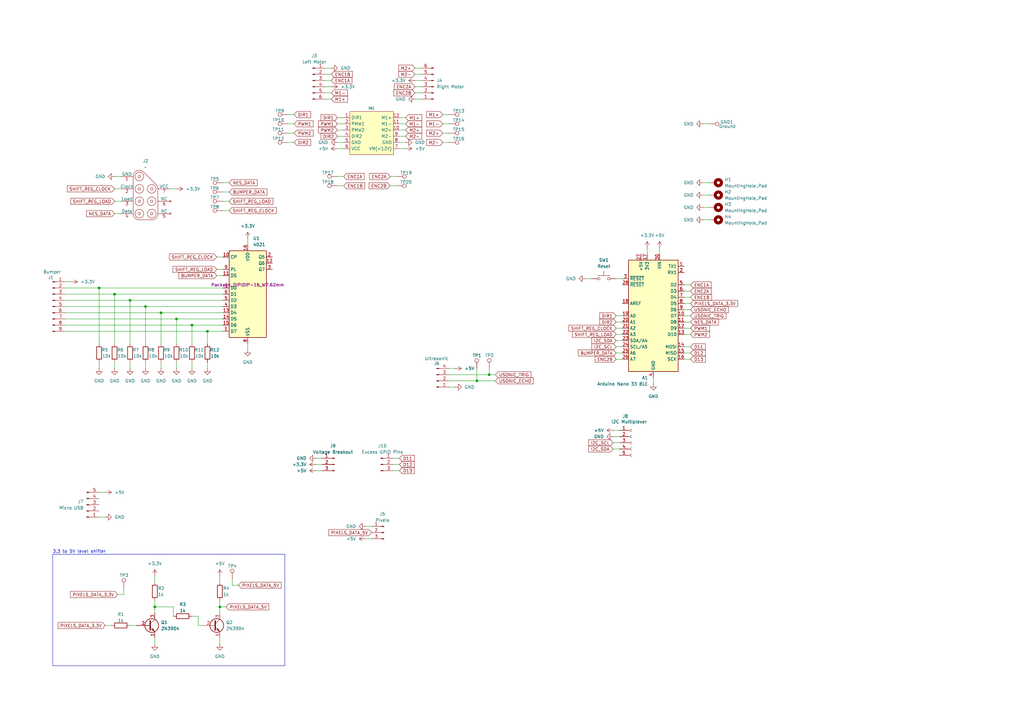
<source format=kicad_sch>
(kicad_sch (version 20231120) (generator "eeschema") (generator_version "8.0")
  (paper "A3")
  (title_block (title "A.L.I.E.N. Main Board") (date "2024-08-13") (rev "1.0") (comment 1 "Designed By: Harry Boyd"))
  (junction (at 40.64 118.11))
  (junction (at 46.99 120.65))
  (junction (at 53.34 123.19))
  (junction (at 195.58 156.21))
  (junction (at 66.04 128.27))
  (junction (at 59.69 125.73))
  (junction (at 85.09 135.89))
  (junction (at 200.66 153.67))
  (junction (at 63.5 248.92))
  (junction (at 90.17 248.92))
  (junction (at 78.74 133.35))
  (junction (at 72.39 130.81))
  (wire (pts (xy 251.46 184.15) (xy 254 184.15)))
  (wire (pts (xy 170.18 30.48) (xy 172.72 30.48)))
  (wire (pts (xy 72.39 148.59) (xy 72.39 151.13)))
  (wire (pts (xy 71.12 248.92) (xy 63.5 248.92)))
  (wire (pts (xy 170.18 33.02) (xy 172.72 33.02)))
  (wire (pts (xy 53.34 123.19) (xy 91.44 123.19)))
  (wire (pts (xy 280.67 121.92) (xy 283.21 121.92)))
  (wire (pts (xy 91.44 82.55) (xy 93.98 82.55)))
  (wire (pts (xy 46.99 120.65) (xy 91.44 120.65)))
  (wire (pts (xy 280.67 132.08) (xy 283.21 132.08)))
  (wire (pts (xy 95.25 240.03) (xy 95.25 237.49)))
  (wire (pts (xy 163.83 190.5) (xy 161.29 190.5)))
  (wire (pts (xy 138.43 60.96) (xy 140.97 60.96)))
  (wire (pts (xy 26.67 115.57) (xy 29.21 115.57)))
  (wire (pts (xy 66.04 128.27) (xy 91.44 128.27)))
  (wire (pts (xy 170.18 38.1) (xy 172.72 38.1)))
  (wire (pts (xy 132.08 193.04) (xy 129.54 193.04)))
  (wire (pts (xy 251.46 181.61) (xy 254 181.61)))
  (wire (pts (xy 240.03 114.3) (xy 242.57 114.3)))
  (wire (pts (xy 26.67 130.81) (xy 72.39 130.81)))
  (wire (pts (xy 149.86 215.9) (xy 152.4 215.9)))
  (wire (pts (xy 184.15 151.13) (xy 186.69 151.13)))
  (wire (pts (xy 50.8 241.3) (xy 50.8 243.84)))
  (wire (pts (xy 283.21 142.24) (xy 280.67 142.24)))
  (wire (pts (xy 46.99 87.63) (xy 49.53 87.63)))
  (wire (pts (xy 251.46 176.53) (xy 254 176.53)))
  (wire (pts (xy 252.73 132.08) (xy 255.27 132.08)))
  (wire (pts (xy 280.67 134.62) (xy 283.21 134.62)))
  (wire (pts (xy 184.15 158.75) (xy 186.69 158.75)))
  (wire (pts (xy 120.65 46.99) (xy 118.11 46.99)))
  (wire (pts (xy 265.43 101.6) (xy 265.43 104.14)))
  (wire (pts (xy 181.61 58.42) (xy 184.15 58.42)))
  (wire (pts (xy 280.67 137.16) (xy 283.21 137.16)))
  (wire (pts (xy 88.9 105.41) (xy 91.44 105.41)))
  (wire (pts (xy 91.44 78.74) (xy 93.98 78.74)))
  (wire (pts (xy 53.34 123.19) (xy 53.34 140.97)))
  (wire (pts (xy 133.35 38.1) (xy 135.89 38.1)))
  (wire (pts (xy 283.21 144.78) (xy 280.67 144.78)))
  (wire (pts (xy 163.83 55.88) (xy 166.37 55.88)))
  (wire (pts (xy 85.09 135.89) (xy 91.44 135.89)))
  (wire (pts (xy 135.89 27.94) (xy 133.35 27.94)))
  (wire (pts (xy 181.61 54.61) (xy 184.15 54.61)))
  (wire (pts (xy 78.74 133.35) (xy 78.74 140.97)))
  (wire (pts (xy 251.46 179.07) (xy 254 179.07)))
  (wire (pts (xy 40.64 201.93) (xy 43.18 201.93)))
  (wire (pts (xy 101.6 140.97) (xy 101.6 143.51)))
  (wire (pts (xy 59.69 148.59) (xy 59.69 151.13)))
  (wire (pts (xy 133.35 30.48) (xy 135.89 30.48)))
  (wire (pts (xy 91.44 86.36) (xy 93.98 86.36)))
  (wire (pts (xy 72.39 130.81) (xy 72.39 140.97)))
  (wire (pts (xy 170.18 27.94) (xy 172.72 27.94)))
  (wire (pts (xy 280.67 129.54) (xy 283.21 129.54)))
  (wire (pts (xy 280.67 124.46) (xy 283.21 124.46)))
  (wire (pts (xy 72.39 130.81) (xy 91.44 130.81)))
  (wire (pts (xy 184.15 156.21) (xy 195.58 156.21)))
  (wire (pts (xy 170.18 40.64) (xy 172.72 40.64)))
  (wire (pts (xy 78.74 133.35) (xy 91.44 133.35)))
  (wire (pts (xy 88.9 113.03) (xy 91.44 113.03)))
  (wire (pts (xy 66.04 148.59) (xy 66.04 151.13)))
  (wire (pts (xy 138.43 48.26) (xy 140.97 48.26)))
  (wire (pts (xy 46.99 77.47) (xy 49.53 77.47)))
  (wire (pts (xy 288.29 90.17) (xy 290.83 90.17)))
  (wire (pts (xy 59.69 125.73) (xy 91.44 125.73)))
  (wire (pts (xy 120.65 50.8) (xy 118.11 50.8)))
  (wire (pts (xy 72.39 77.47) (xy 69.85 77.47)))
  (wire (pts (xy 88.9 110.49) (xy 91.44 110.49)))
  (wire (pts (xy 252.73 144.78) (xy 255.27 144.78)))
  (wire (pts (xy 280.67 127) (xy 283.21 127)))
  (wire (pts (xy 63.5 248.92) (xy 63.5 251.46)))
  (wire (pts (xy 288.29 80.01) (xy 290.83 80.01)))
  (wire (pts (xy 26.67 125.73) (xy 59.69 125.73)))
  (wire (pts (xy 46.99 120.65) (xy 46.99 140.97)))
  (wire (pts (xy 252.73 134.62) (xy 255.27 134.62)))
  (wire (pts (xy 181.61 50.8) (xy 184.15 50.8)))
  (wire (pts (xy 181.61 46.99) (xy 184.15 46.99)))
  (wire (pts (xy 40.64 118.11) (xy 91.44 118.11)))
  (wire (pts (xy 138.43 72.39) (xy 140.97 72.39)))
  (wire (pts (xy 26.67 118.11) (xy 40.64 118.11)))
  (wire (pts (xy 63.5 264.16) (xy 63.5 261.62)))
  (wire (pts (xy 63.5 236.22) (xy 63.5 238.76)))
  (wire (pts (xy 26.67 135.89) (xy 85.09 135.89)))
  (wire (pts (xy 59.69 125.73) (xy 59.69 140.97)))
  (wire (pts (xy 48.26 243.84) (xy 50.8 243.84)))
  (wire (pts (xy 133.35 40.64) (xy 135.89 40.64)))
  (wire (pts (xy 26.67 120.65) (xy 46.99 120.65)))
  (wire (pts (xy 46.99 148.59) (xy 46.99 151.13)))
  (wire (pts (xy 97.79 240.03) (xy 95.25 240.03)))
  (wire (pts (xy 252.73 147.32) (xy 255.27 147.32)))
  (wire (pts (xy 138.43 53.34) (xy 140.97 53.34)))
  (wire (pts (xy 132.08 190.5) (xy 129.54 190.5)))
  (wire (pts (xy 288.29 50.8) (xy 290.83 50.8)))
  (wire (pts (xy 288.29 85.09) (xy 290.83 85.09)))
  (wire (pts (xy 40.64 148.59) (xy 40.64 151.13)))
  (wire (pts (xy 66.04 128.27) (xy 66.04 140.97)))
  (wire (pts (xy 26.67 123.19) (xy 53.34 123.19)))
  (wire (pts (xy 53.34 148.59) (xy 53.34 151.13)))
  (wire (pts (xy 195.58 156.21) (xy 203.2 156.21)))
  (wire (pts (xy 252.73 137.16) (xy 255.27 137.16)))
  (wire (pts (xy 91.44 74.93) (xy 93.98 74.93)))
  (wire (pts (xy 81.28 256.54) (xy 82.55 256.54)))
  (wire (pts (xy 184.15 153.67) (xy 200.66 153.67)))
  (wire (pts (xy 63.5 246.38) (xy 63.5 248.92)))
  (wire (pts (xy 101.6 97.79) (xy 101.6 100.33)))
  (wire (pts (xy 40.64 212.09) (xy 43.18 212.09)))
  (wire (pts (xy 120.65 58.42) (xy 118.11 58.42)))
  (wire (pts (xy 270.51 101.6) (xy 270.51 104.14)))
  (wire (pts (xy 85.09 148.59) (xy 85.09 151.13)))
  (wire (pts (xy 166.37 60.96) (xy 163.83 60.96)))
  (wire (pts (xy 252.73 129.54) (xy 255.27 129.54)))
  (wire (pts (xy 135.89 35.56) (xy 133.35 35.56)))
  (wire (pts (xy 163.83 187.96) (xy 161.29 187.96)))
  (wire (pts (xy 26.67 128.27) (xy 66.04 128.27)))
  (wire (pts (xy 162.56 72.39) (xy 160.02 72.39)))
  (wire (pts (xy 46.99 82.55) (xy 49.53 82.55)))
  (wire (pts (xy 280.67 116.84) (xy 283.21 116.84)))
  (wire (pts (xy 163.83 53.34) (xy 166.37 53.34)))
  (wire (pts (xy 90.17 264.16) (xy 90.17 261.62)))
  (wire (pts (xy 26.67 133.35) (xy 78.74 133.35)))
  (wire (pts (xy 252.73 139.7) (xy 255.27 139.7)))
  (wire (pts (xy 162.56 76.2) (xy 160.02 76.2)))
  (wire (pts (xy 43.18 256.54) (xy 45.72 256.54)))
  (wire (pts (xy 163.83 58.42) (xy 166.37 58.42)))
  (wire (pts (xy 166.37 48.26) (xy 163.83 48.26)))
  (wire (pts (xy 138.43 50.8) (xy 140.97 50.8)))
  (wire (pts (xy 78.74 252.73) (xy 81.28 252.73)))
  (wire (pts (xy 163.83 193.04) (xy 161.29 193.04)))
  (wire (pts (xy 203.2 153.67) (xy 200.66 153.67)))
  (wire (pts (xy 267.97 154.94) (xy 267.97 157.48)))
  (wire (pts (xy 252.73 142.24) (xy 255.27 142.24)))
  (wire (pts (xy 133.35 33.02) (xy 135.89 33.02)))
  (wire (pts (xy 163.83 50.8) (xy 166.37 50.8)))
  (wire (pts (xy 90.17 248.92) (xy 90.17 251.46)))
  (wire (pts (xy 255.27 114.3) (xy 252.73 114.3)))
  (wire (pts (xy 200.66 151.13) (xy 200.66 153.67)))
  (wire (pts (xy 120.65 54.61) (xy 118.11 54.61)))
  (wire (pts (xy 46.99 72.39) (xy 49.53 72.39)))
  (wire (pts (xy 81.28 252.73) (xy 81.28 256.54)))
  (wire (pts (xy 132.08 187.96) (xy 129.54 187.96)))
  (wire (pts (xy 92.71 248.92) (xy 90.17 248.92)))
  (wire (pts (xy 283.21 147.32) (xy 280.67 147.32)))
  (wire (pts (xy 195.58 151.13) (xy 195.58 156.21)))
  (wire (pts (xy 40.64 118.11) (xy 40.64 140.97)))
  (wire (pts (xy 90.17 246.38) (xy 90.17 248.92)))
  (wire (pts (xy 85.09 135.89) (xy 85.09 140.97)))
  (wire (pts (xy 280.67 119.38) (xy 283.21 119.38)))
  (wire (pts (xy 138.43 58.42) (xy 140.97 58.42)))
  (wire (pts (xy 149.86 220.98) (xy 152.4 220.98)))
  (wire (pts (xy 288.29 74.93) (xy 290.83 74.93)))
  (wire (pts (xy 138.43 76.2) (xy 140.97 76.2)))
  (wire (pts (xy 71.12 248.92) (xy 71.12 252.73)))
  (wire (pts (xy 78.74 148.59) (xy 78.74 151.13)))
  (wire (pts (xy 138.43 55.88) (xy 140.97 55.88)))
  (wire (pts (xy 90.17 236.22) (xy 90.17 238.76)))
  (wire (pts (xy 53.34 256.54) (xy 55.88 256.54)))
  (wire (pts (xy 170.18 35.56) (xy 172.72 35.56)))
  (rectangle (start 21.59 227.33) (end 116.84 273.05))
  (text "3.3 to 5V level shifter\n" (at 32.512 226.314 0) (effects (font (size 1.27 1.27))))
  (global_label "D12" (shape input) (at 163.83 190.5 0) (property "Intersheetrefs" "${INTERSHEET_REFS}" (effects (hide yes))))
  (global_label "PIXELS_DATA_3.3V" (shape input) (at 283.21 124.46 0) (property "Intersheetrefs" "${INTERSHEET_REFS}" (effects (hide yes))))
  (global_label "ENC1A" (shape input) (at 135.89 33.02 0) (property "Intersheetrefs" "${INTERSHEET_REFS}" (effects (hide yes))))
  (global_label "D13" (shape input) (at 283.21 147.32 0) (property "Intersheetrefs" "${INTERSHEET_REFS}" (effects (hide yes))))
  (global_label "M2+" (shape input) (at 166.37 53.34 0) (property "Intersheetrefs" "${INTERSHEET_REFS}" (effects (hide yes))))
  (global_label "DIR1" (shape input) (at 120.65 46.99 0) (property "Intersheetrefs" "${INTERSHEET_REFS}" (effects (hide yes))))
  (global_label "M2-" (shape input) (at 170.18 30.48 180) (property "Intersheetrefs" "${INTERSHEET_REFS}" (effects (hide yes))))
  (global_label "ENC2A" (shape input) (at 160.02 72.39 180) (property "Intersheetrefs" "${INTERSHEET_REFS}" (effects (hide yes))))
  (global_label "M1-" (shape input) (at 135.89 38.1 0) (property "Intersheetrefs" "${INTERSHEET_REFS}" (effects (hide yes))))
  (global_label "ENC1B" (shape input) (at 140.97 76.2 0) (property "Intersheetrefs" "${INTERSHEET_REFS}" (effects (hide yes))))
  (global_label "ENC1B" (shape input) (at 135.89 30.48 0) (property "Intersheetrefs" "${INTERSHEET_REFS}" (effects (hide yes))))
  (global_label "SHIFT_REG_CLOCK" (shape input) (at 46.99 77.47 180) (property "Intersheetrefs" "${INTERSHEET_REFS}" (effects (hide yes))))
  (global_label "I2C_SDA" (shape input) (at 252.73 139.7 180) (property "Intersheetrefs" "${INTERSHEET_REFS}" (effects (hide yes))))
  (global_label "M2+" (shape input) (at 170.18 27.94 180) (property "Intersheetrefs" "${INTERSHEET_REFS}" (effects (hide yes))))
  (global_label "M2-" (shape input) (at 166.37 55.88 0) (property "Intersheetrefs" "${INTERSHEET_REFS}" (effects (hide yes))))
  (global_label "SHIFT_REG_CLOCK" (shape input) (at 93.98 86.36 0) (property "Intersheetrefs" "${INTERSHEET_REFS}" (effects (hide yes))))
  (global_label "SHIFT_REG_LOAD" (shape input) (at 46.99 82.55 180) (property "Intersheetrefs" "${INTERSHEET_REFS}" (effects (hide yes))))
  (global_label "DIR1" (shape input) (at 252.73 129.54 180) (property "Intersheetrefs" "${INTERSHEET_REFS}" (effects (hide yes))))
  (global_label "DIR2" (shape input) (at 252.73 132.08 180) (property "Intersheetrefs" "${INTERSHEET_REFS}" (effects (hide yes))))
  (global_label "NES_DATA" (shape input) (at 283.21 132.08 0) (property "Intersheetrefs" "${INTERSHEET_REFS}" (effects (hide yes))))
  (global_label "D11" (shape input) (at 283.21 142.24 0) (property "Intersheetrefs" "${INTERSHEET_REFS}" (effects (hide yes))))
  (global_label "PWM2" (shape input) (at 120.65 54.61 0) (property "Intersheetrefs" "${INTERSHEET_REFS}" (effects (hide yes))))
  (global_label "M1-" (shape input) (at 181.61 50.8 180) (property "Intersheetrefs" "${INTERSHEET_REFS}" (effects (hide yes))))
  (global_label "NES_DATA" (shape input) (at 93.98 74.93 0) (property "Intersheetrefs" "${INTERSHEET_REFS}" (effects (hide yes))))
  (global_label "PWM2" (shape input) (at 283.21 137.16 0) (property "Intersheetrefs" "${INTERSHEET_REFS}" (effects (hide yes))))
  (global_label "PWM1" (shape input) (at 120.65 50.8 0) (property "Intersheetrefs" "${INTERSHEET_REFS}" (effects (hide yes))))
  (global_label "USONIC_TRIG" (shape input) (at 203.2 153.67 0) (property "Intersheetrefs" "${INTERSHEET_REFS}" (effects (hide yes))))
  (global_label "I2C_SCL" (shape input) (at 251.46 181.61 180) (property "Intersheetrefs" "${INTERSHEET_REFS}" (effects (hide yes))))
  (global_label "ENC1A" (shape input) (at 283.21 116.84 0) (property "Intersheetrefs" "${INTERSHEET_REFS}" (effects (hide yes))))
  (global_label "PIXELS_DATA_5V" (shape input) (at 97.79 240.03 0) (property "Intersheetrefs" "${INTERSHEET_REFS}" (effects (hide yes))))
  (global_label "SHIFT_REG_LOAD" (shape input) (at 93.98 82.55 0) (property "Intersheetrefs" "${INTERSHEET_REFS}" (effects (hide yes))))
  (global_label "SHIFT_REG_LOAD" (shape input) (at 252.73 137.16 180) (property "Intersheetrefs" "${INTERSHEET_REFS}" (effects (hide yes))))
  (global_label "ENC2B" (shape input) (at 170.18 38.1 180) (property "Intersheetrefs" "${INTERSHEET_REFS}" (effects (hide yes))))
  (global_label "M1+" (shape input) (at 166.37 48.26 0) (property "Intersheetrefs" "${INTERSHEET_REFS}" (effects (hide yes))))
  (global_label "D11" (shape input) (at 163.83 187.96 0) (property "Intersheetrefs" "${INTERSHEET_REFS}" (effects (hide yes))))
  (global_label "PIXELS_DATA_3.3V" (shape input) (at 43.18 256.54 180) (property "Intersheetrefs" "${INTERSHEET_REFS}" (effects (hide yes))))
  (global_label "USONIC_TRIG" (shape input) (at 283.21 129.54 0) (property "Intersheetrefs" "${INTERSHEET_REFS}" (effects (hide yes))))
  (global_label "ENC1A" (shape input) (at 140.97 72.39 0) (property "Intersheetrefs" "${INTERSHEET_REFS}" (effects (hide yes))))
  (global_label "SHIFT_REG_LOAD" (shape input) (at 88.9 110.49 180) (property "Intersheetrefs" "${INTERSHEET_REFS}" (effects (hide yes))))
  (global_label "PIXELS_DATA_5V" (shape input) (at 152.4 218.44 180) (property "Intersheetrefs" "${INTERSHEET_REFS}" (effects (hide yes))))
  (global_label "DIR2" (shape input) (at 120.65 58.42 0) (property "Intersheetrefs" "${INTERSHEET_REFS}" (effects (hide yes))))
  (global_label "ENC2B" (shape input) (at 252.73 147.32 180) (property "Intersheetrefs" "${INTERSHEET_REFS}" (effects (hide yes))))
  (global_label "M2+" (shape input) (at 181.61 54.61 180) (property "Intersheetrefs" "${INTERSHEET_REFS}" (effects (hide yes))))
  (global_label "ENC2A" (shape input) (at 283.21 119.38 0) (property "Intersheetrefs" "${INTERSHEET_REFS}" (effects (hide yes))))
  (global_label "D12" (shape input) (at 283.21 144.78 0) (property "Intersheetrefs" "${INTERSHEET_REFS}" (effects (hide yes))))
  (global_label "PWM1" (shape input) (at 138.43 50.8 180) (property "Intersheetrefs" "${INTERSHEET_REFS}" (effects (hide yes))))
  (global_label "USONIC_ECHO" (shape input) (at 203.2 156.21 0) (property "Intersheetrefs" "${INTERSHEET_REFS}" (effects (hide yes))))
  (global_label "ENC1B" (shape input) (at 283.21 121.92 0) (property "Intersheetrefs" "${INTERSHEET_REFS}" (effects (hide yes))))
  (global_label "M1+" (shape input) (at 181.61 46.99 180) (property "Intersheetrefs" "${INTERSHEET_REFS}" (effects (hide yes))))
  (global_label "BUMPER_DATA" (shape input) (at 88.9 113.03 180) (property "Intersheetrefs" "${INTERSHEET_REFS}" (effects (hide yes))))
  (global_label "PIXELS_DATA_3.3V" (shape input) (at 48.26 243.84 180) (property "Intersheetrefs" "${INTERSHEET_REFS}" (effects (hide yes))))
  (global_label "DIR1" (shape input) (at 138.43 48.26 180) (property "Intersheetrefs" "${INTERSHEET_REFS}" (effects (hide yes))))
  (global_label "SHIFT_REG_CLOCK" (shape input) (at 88.9 105.41 180) (property "Intersheetrefs" "${INTERSHEET_REFS}" (effects (hide yes))))
  (global_label "DIR2" (shape input) (at 138.43 55.88 180) (property "Intersheetrefs" "${INTERSHEET_REFS}" (effects (hide yes))))
  (global_label "USONIC_ECHO" (shape input) (at 283.21 127 0) (property "Intersheetrefs" "${INTERSHEET_REFS}" (effects (hide yes))))
  (global_label "M2-" (shape input) (at 181.61 58.42 180) (property "Intersheetrefs" "${INTERSHEET_REFS}" (effects (hide yes))))
  (global_label "NES_DATA" (shape input) (at 46.99 87.63 180) (property "Intersheetrefs" "${INTERSHEET_REFS}" (effects (hide yes))))
  (global_label "ENC2A" (shape input) (at 170.18 35.56 180) (property "Intersheetrefs" "${INTERSHEET_REFS}" (effects (hide yes))))
  (global_label "M1+" (shape input) (at 135.89 40.64 0) (property "Intersheetrefs" "${INTERSHEET_REFS}" (effects (hide yes))))
  (global_label "ENC2B" (shape input) (at 160.02 76.2 180) (property "Intersheetrefs" "${INTERSHEET_REFS}" (effects (hide yes))))
  (global_label "SHIFT_REG_CLOCK" (shape input) (at 252.73 134.62 180) (property "Intersheetrefs" "${INTERSHEET_REFS}" (effects (hide yes))))
  (global_label "PWM1" (shape input) (at 283.21 134.62 0) (property "Intersheetrefs" "${INTERSHEET_REFS}" (effects (hide yes))))
  (global_label "I2C_SCL" (shape input) (at 252.73 142.24 180) (property "Intersheetrefs" "${INTERSHEET_REFS}" (effects (hide yes))))
  (global_label "M1-" (shape input) (at 166.37 50.8 0) (property "Intersheetrefs" "${INTERSHEET_REFS}" (effects (hide yes))))
  (global_label "BUMPER_DATA" (shape input) (at 93.98 78.74 0) (property "Intersheetrefs" "${INTERSHEET_REFS}" (effects (hide yes))))
  (global_label "PIXELS_DATA_5V" (shape input) (at 92.71 248.92 0) (property "Intersheetrefs" "${INTERSHEET_REFS}" (effects (hide yes))))
  (global_label "D13" (shape input) (at 163.83 193.04 0) (property "Intersheetrefs" "${INTERSHEET_REFS}" (effects (hide yes))))
  (global_label "I2C_SDA" (shape input) (at 251.46 184.15 180) (property "Intersheetrefs" "${INTERSHEET_REFS}" (effects (hide yes))))
  (global_label "BUMPER_DATA" (shape input) (at 252.73 144.78 180) (property "Intersheetrefs" "${INTERSHEET_REFS}" (effects (hide yes))))
  (global_label "PWM2" (shape input) (at 138.43 53.34 180) (property "Intersheetrefs" "${INTERSHEET_REFS}" (effects (hide yes))))
  (symbol (lib_id "power:GND") (at 72.39 151.13 0) (unit 1)
    (property "Reference" "#PWR038" (effects (hide yes)))
    (property "Value" "GND" (at 72.39 156.21 0))
    (property "Description" "Power symbol creates a global label with name \"GND\" , ground" (effects (hide yes)))
  )
  (symbol (lib_id "Connector:TestPoint") (at 91.44 74.93 90) (unit 1)
    (property "Reference" "TP5" (at 89.916 73.406 90) (effects (justify left)))
    (property "Value" "TestPoint" (effects (hide yes)))
    (property "Footprint" "TestPoint:TestPoint_THTPad_D1.0mm_Drill0.5mm" (effects (hide yes)))
    (property "Description" "test point" (effects (hide yes)))
  )
  (symbol (lib_id "power:GND") (at 46.99 72.39 270) (unit 1)
    (property "Reference" "#PWR05" (effects (hide yes)))
    (property "Value" "GND" (at 43.18 72.3899 90) (effects (justify right)))
    (property "Description" "Power symbol creates a global label with name \"GND\" , ground" (effects (hide yes)))
  )
  (symbol (lib_id "power:GND") (at 59.69 151.13 0) (unit 1)
    (property "Reference" "#PWR036" (effects (hide yes)))
    (property "Value" "GND" (at 59.69 156.21 0))
    (property "Description" "Power symbol creates a global label with name \"GND\" , ground" (effects (hide yes)))
  )
  (symbol (lib_id "power:GND") (at 251.46 179.07 270) (unit 1)
    (property "Reference" "#PWR031" (effects (hide yes)))
    (property "Value" "GND" (at 247.65 179.0699 90) (effects (justify right)))
    (property "Description" "Power symbol creates a global label with name \"GND\" , ground" (effects (hide yes)))
  )
  (symbol (lib_id "4xxx:4021") (at 101.6 120.65 0) (unit 1)
    (property "Reference" "U1" (at 103.7941 97.79 0) (effects (justify left)))
    (property "Value" "4021" (at 103.7941 100.33 0) (effects (justify left)))
    (property "Footprint" "Package_DIP:DIP-16_W7.62mm" (at 101.6 116.84 0))
    (property "Datasheet" "https://assets.nexperia.com/documents/data-sheet/HEF4021B.pdf" (effects (hide yes)))
    (property "Description" "8-bit static shift register" (effects (hide yes)))
  )
  (symbol (lib_id "Connector:TestPoint") (at 195.58 151.13 0) (unit 1)
    (property "Reference" "TP1" (at 193.802 145.796 0) (effects (justify left)))
    (property "Value" "TestPoint" (effects (hide yes)))
    (property "Footprint" "TestPoint:TestPoint_THTPad_D1.0mm_Drill0.5mm" (effects (hide yes)))
    (property "Description" "test point" (effects (hide yes)))
  )
  (symbol (lib_id "Connector:TestPoint") (at 290.83 50.8 270) (unit 1)
    (property "Reference" "GND1" (at 295.402 50.038 90) (effects (justify left)))
    (property "Value" "Ground" (at 294.894 51.816 90) (effects (justify left)))
    (property "Footprint" "TestPoint:TestPoint_Bridge_Pitch2.54mm_Drill0.7mm" (effects (hide yes)))
    (property "Description" "test point" (effects (hide yes)))
  )
  (symbol (lib_id "Device:R") (at 85.09 144.78 0) (unit 1)
    (property "Reference" "R12" (at 86.106 143.51 0) (effects (justify left)))
    (property "Value" "10k" (at 86.36 146.05 0) (effects (justify left)))
    (property "Footprint" "Resistor_SMD:R_0402_1005Metric_Pad0.72x0.64mm_HandSolder" (effects (hide yes)))
    (property "Description" "Resistor" (effects (hide yes)))
  )
  (symbol (lib_id "power:+3.3V") (at 101.6 97.79 0) (unit 1)
    (property "Reference" "#PWR02" (effects (hide yes)))
    (property "Value" "+3.3V" (at 101.6 92.71 0))
    (property "Description" "Power symbol creates a global label with name \"+3.3V\"" (effects (hide yes)))
  )
  (symbol (lib_id "power:+3.3V") (at 265.43 101.6 0) (unit 1)
    (property "Reference" "#PWR023" (effects (hide yes)))
    (property "Value" "+3.3V" (at 265.43 96.52 0))
    (property "Description" "Power symbol creates a global label with name \"+3.3V\"" (effects (hide yes)))
  )
  (symbol (lib_id "Connector:Conn_01x06_Pin") (at 177.8 35.56 180) (unit 1)
    (property "Reference" "J4" (at 179.07 33.0199 0) (effects (justify right)))
    (property "Value" "Right Motor" (at 179.07 35.5599 0) (effects (justify right)))
    (property "Footprint" "Connector_PinHeader_2.54mm:PinHeader_1x06_P2.54mm_Horizontal" (effects (hide yes)))
    (property "Description" "Generic connector, single row, 01x06, script generated" (effects (hide yes)))
  )
  (symbol (lib_id "Connector:Conn_01x06_Pin") (at 128.27 33.02 0) (unit 1)
    (property "Reference" "J3" (at 128.905 22.86 0))
    (property "Value" "Left Motor" (at 128.905 25.4 0))
    (property "Footprint" "Connector_PinHeader_2.54mm:PinHeader_1x06_P2.54mm_Horizontal" (effects (hide yes)))
    (property "Description" "Generic connector, single row, 01x06, script generated" (effects (hide yes)))
  )
  (symbol (lib_id "power:+3.3V") (at 72.39 77.47 270) (unit 1)
    (property "Reference" "#PWR01" (effects (hide yes)))
    (property "Value" "+3.3V" (at 76.2 77.4699 90) (effects (justify left)))
    (property "Description" "Power symbol creates a global label with name \"+3.3V\"" (effects (hide yes)))
  )
  (symbol (lib_id "power:GND") (at 90.17 264.16 0) (unit 1)
    (property "Reference" "#PWR026" (effects (hide yes)))
    (property "Value" "GND" (at 90.17 269.24 0))
    (property "Description" "Power symbol creates a global label with name \"GND\" , ground" (effects (hide yes)))
  )
  (symbol (lib_id "Connector:Conn_01x05_Pin") (at 35.56 207.01 0) (mirror x) (unit 1)
    (property "Reference" "J7" (at 34.29 205.7399 0) (effects (justify right)))
    (property "Value" "Micro USB" (at 34.29 208.2799 0) (effects (justify right)))
    (property "Footprint" "Adafruit_1833_Shield:Adafruit_1833_Shield" (effects (hide yes)))
    (property "Description" "Generic connector, single row, 01x05, script generated" (effects (hide yes)))
  )
  (symbol (lib_id "Connector:TestPoint") (at 162.56 76.2 270) (mirror x) (unit 1)
    (property "Reference" "TP20" (at 164.084 74.676 90) (effects (justify left)))
    (property "Value" "TestPoint" (effects (hide yes)))
    (property "Footprint" "TestPoint:TestPoint_THTPad_D1.0mm_Drill0.5mm" (effects (hide yes)))
    (property "Description" "test point" (effects (hide yes)))
  )
  (symbol (lib_id "Connector:Conn_01x03_Pin") (at 157.48 218.44 0) (mirror y) (unit 1)
    (property "Reference" "J5" (at 156.845 210.82 0))
    (property "Value" "Pixels" (at 156.845 213.36 0))
    (property "Footprint" "Connector_PinHeader_2.54mm:PinHeader_1x03_P2.54mm_Vertical" (effects (hide yes)))
    (property "Description" "Generic connector, single row, 01x03, script generated" (effects (hide yes)))
  )
  (symbol (lib_id "power:GND") (at 40.64 151.13 0) (unit 1)
    (property "Reference" "#PWR033" (effects (hide yes)))
    (property "Value" "GND" (at 40.64 156.21 0))
    (property "Description" "Power symbol creates a global label with name \"GND\" , ground" (effects (hide yes)))
  )
  (symbol (lib_id "power:GND") (at 43.18 212.09 90) (unit 1)
    (property "Reference" "#PWR018" (effects (hide yes)))
    (property "Value" "GND" (at 46.99 212.0899 90) (effects (justify right)))
    (property "Description" "Power symbol creates a global label with name \"GND\" , ground" (effects (hide yes)))
  )
  (symbol (lib_id "power:+3.3V") (at 63.5 236.22 0) (unit 1)
    (property "Reference" "#PWR029" (effects (hide yes)))
    (property "Value" "+3.3V" (at 63.5 231.14 0))
    (property "Description" "Power symbol creates a global label with name \"+3.3V\"" (effects (hide yes)))
  )
  (symbol (lib_id "power:+5V") (at 166.37 60.96 270) (unit 1)
    (property "Reference" "#PWR021" (effects (hide yes)))
    (property "Value" "+5V" (at 170.18 60.9599 90) (effects (justify left)))
    (property "Description" "Power symbol creates a global label with name \"+5V\"" (effects (hide yes)))
  )
  (symbol (lib_id "power:GND") (at 85.09 151.13 0) (unit 1)
    (property "Reference" "#PWR040" (effects (hide yes)))
    (property "Value" "GND" (at 85.09 156.21 0))
    (property "Description" "Power symbol creates a global label with name \"GND\" , ground" (effects (hide yes)))
  )
  (symbol (lib_id "Device:R") (at 53.34 144.78 0) (unit 1)
    (property "Reference" "R7" (at 54.356 143.51 0) (effects (justify left)))
    (property "Value" "10k" (at 54.61 146.05 0) (effects (justify left)))
    (property "Footprint" "Resistor_SMD:R_0402_1005Metric_Pad0.72x0.64mm_HandSolder" (effects (hide yes)))
    (property "Description" "Resistor" (effects (hide yes)))
  )
  (symbol (lib_id "Connector:TestPoint") (at 118.11 58.42 90) (unit 1)
    (property "Reference" "TP12" (at 116.586 56.896 90) (effects (justify left)))
    (property "Value" "TestPoint" (effects (hide yes)))
    (property "Footprint" "TestPoint:TestPoint_THTPad_D1.0mm_Drill0.5mm" (effects (hide yes)))
    (property "Description" "test point" (effects (hide yes)))
  )
  (symbol (lib_id "power:+5V") (at 270.51 101.6 0) (unit 1)
    (property "Reference" "#PWR022" (effects (hide yes)))
    (property "Value" "+5V" (at 270.51 96.52 0))
    (property "Description" "Power symbol creates a global label with name \"+5V\"" (effects (hide yes)))
  )
  (symbol (lib_id "Connector:TestPoint") (at 184.15 54.61 270) (mirror x) (unit 1)
    (property "Reference" "TP15" (at 185.674 53.086 90) (effects (justify left)))
    (property "Value" "TestPoint" (effects (hide yes)))
    (property "Footprint" "TestPoint:TestPoint_THTPad_D1.0mm_Drill0.5mm" (effects (hide yes)))
    (property "Description" "test point" (effects (hide yes)))
  )
  (symbol (lib_id "Device:R") (at 49.53 256.54 270) (unit 1)
    (property "Reference" "R1" (at 49.53 251.968 90))
    (property "Value" "1k" (at 49.53 254.508 90))
    (property "Footprint" "Resistor_SMD:R_0402_1005Metric_Pad0.72x0.64mm_HandSolder" (effects (hide yes)))
    (property "Description" "Resistor" (effects (hide yes)))
  )
  (symbol (lib_id "power:GND") (at 78.74 151.13 0) (unit 1)
    (property "Reference" "#PWR039" (effects (hide yes)))
    (property "Value" "GND" (at 78.74 156.21 0))
    (property "Description" "Power symbol creates a global label with name \"GND\" , ground" (effects (hide yes)))
  )
  (symbol (lib_id "Connector:TestPoint") (at 138.43 72.39 90) (unit 1)
    (property "Reference" "TP17" (at 136.906 70.866 90) (effects (justify left)))
    (property "Value" "TestPoint" (effects (hide yes)))
    (property "Footprint" "TestPoint:TestPoint_THTPad_D1.0mm_Drill0.5mm" (effects (hide yes)))
    (property "Description" "test point" (effects (hide yes)))
  )
  (symbol (lib_id "power:GND") (at 240.03 114.3 270) (unit 1)
    (property "Reference" "#PWR032" (effects (hide yes)))
    (property "Value" "GND" (at 236.22 114.2999 90) (effects (justify right)))
    (property "Description" "Power symbol creates a global label with name \"GND\" , ground" (effects (hide yes)))
  )
  (symbol (lib_id "Connector:Conn_01x04_Pin") (at 179.07 156.21 0) (mirror x) (unit 1)
    (property "Reference" "J6" (at 179.07 149.098 0))
    (property "Value" "Ultrasonic" (at 179.07 147.066 0))
    (property "Footprint" "Connector_PinHeader_2.54mm:PinHeader_1x04_P2.54mm_Horizontal" (effects (hide yes)))
    (property "Description" "Generic connector, single row, 01x04, script generated" (effects (hide yes)))
  )
  (symbol (lib_id "power:GND") (at 288.29 85.09 270) (unit 1)
    (property "Reference" "#PWR010" (effects (hide yes)))
    (property "Value" "GND" (at 284.48 85.0899 90) (effects (justify right)))
    (property "Description" "Power symbol creates a global label with name \"GND\" , ground" (effects (hide yes)))
  )
  (symbol (lib_id "Device:R") (at 46.99 144.78 0) (unit 1)
    (property "Reference" "R6" (at 48.006 143.51 0) (effects (justify left)))
    (property "Value" "10k" (at 48.26 146.05 0) (effects (justify left)))
    (property "Footprint" "Resistor_SMD:R_0402_1005Metric_Pad0.72x0.64mm_HandSolder" (effects (hide yes)))
    (property "Description" "Resistor" (effects (hide yes)))
  )
  (symbol (lib_id "power:GND") (at 166.37 58.42 90) (unit 1)
    (property "Reference" "#PWR07" (effects (hide yes)))
    (property "Value" "GND" (at 170.18 58.4199 90) (effects (justify right)))
    (property "Description" "Power symbol creates a global label with name \"GND\" , ground" (effects (hide yes)))
  )
  (symbol (lib_id "power:GND") (at 186.69 158.75 90) (unit 1)
    (property "Reference" "#PWR016" (effects (hide yes)))
    (property "Value" "GND" (at 190.5 158.7499 90) (effects (justify right)))
    (property "Description" "Power symbol creates a global label with name \"GND\" , ground" (effects (hide yes)))
  )
  (symbol (lib_id "Connector:TestPoint") (at 184.15 46.99 270) (mirror x) (unit 1)
    (property "Reference" "TP13" (at 185.674 45.466 90) (effects (justify left)))
    (property "Value" "TestPoint" (effects (hide yes)))
    (property "Footprint" "TestPoint:TestPoint_THTPad_D1.0mm_Drill0.5mm" (effects (hide yes)))
    (property "Description" "test point" (effects (hide yes)))
  )
  (symbol (lib_id "Mechanical:MountingHole_Pad") (at 293.37 90.17 270) (unit 1) (exclude_from_sim yes) (in_bom no)
    (property "Reference" "H4" (at 297.18 88.8999 90) (effects (justify left)))
    (property "Value" "MountingHole_Pad" (at 297.18 91.4399 90) (effects (justify left)))
    (property "Footprint" "MountingHole:MountingHole_2.7mm_M2.5_Pad" (effects (hide yes)))
    (property "Description" "Mounting Hole with connection" (effects (hide yes)))
  )
  (symbol (lib_id "Connector:TestPoint") (at 200.66 151.13 0) (unit 1)
    (property "Reference" "TP2" (at 198.882 145.796 0) (effects (justify left)))
    (property "Value" "TestPoint" (effects (hide yes)))
    (property "Footprint" "TestPoint:TestPoint_THTPad_D1.0mm_Drill0.5mm" (effects (hide yes)))
    (property "Description" "test point" (effects (hide yes)))
  )
  (symbol (lib_id "Connector:Conn_01x03_Pin") (at 137.16 190.5 0) (mirror y) (unit 1)
    (property "Reference" "J9" (at 136.525 182.88 0))
    (property "Value" "Voltage Breakout" (at 136.525 185.42 0))
    (property "Footprint" "Connector_PinHeader_2.54mm:PinHeader_1x03_P2.54mm_Vertical" (effects (hide yes)))
    (property "Description" "Generic connector, single row, 01x03, script generated" (effects (hide yes)))
  )
  (symbol (lib_id "power:+3.3V") (at 170.18 33.02 90) (unit 1)
    (property "Reference" "#PWR015" (effects (hide yes)))
    (property "Value" "+3.3V" (at 166.37 33.0199 90) (effects (justify left)))
    (property "Description" "Power symbol creates a global label with name \"+3.3V\"" (effects (hide yes)))
  )
  (symbol (lib_id "Connector:TestPoint") (at 50.8 241.3 0) (unit 1)
    (property "Reference" "TP3" (at 49.022 235.966 0) (effects (justify left)))
    (property "Value" "TestPoint" (effects (hide yes)))
    (property "Footprint" "TestPoint:TestPoint_THTPad_D1.0mm_Drill0.5mm" (effects (hide yes)))
    (property "Description" "test point" (effects (hide yes)))
  )
  (symbol (lib_id "Device:R") (at 90.17 242.57 0) (unit 1)
    (property "Reference" "R4" (at 91.44 241.3 0) (effects (justify left)))
    (property "Value" "1k" (at 91.44 243.84 0) (effects (justify left)))
    (property "Footprint" "Resistor_SMD:R_0402_1005Metric_Pad0.72x0.64mm_HandSolder" (effects (hide yes)))
    (property "Description" "Resistor" (effects (hide yes)))
  )
  (symbol (lib_id "power:GND") (at 46.99 151.13 0) (unit 1)
    (property "Reference" "#PWR034" (effects (hide yes)))
    (property "Value" "GND" (at 46.99 156.21 0))
    (property "Description" "Power symbol creates a global label with name \"GND\" , ground" (effects (hide yes)))
  )
  (symbol (lib_id "power:GND") (at 101.6 143.51 0) (unit 1)
    (property "Reference" "#PWR03" (effects (hide yes)))
    (property "Value" "GND" (at 101.6 148.59 0))
    (property "Description" "Power symbol creates a global label with name \"GND\" , ground" (effects (hide yes)))
  )
  (symbol (lib_id "DFRobot_DC_Motor_Driver_Shield:DFRobot_DC_Motor_Driver_Shield") (at 152.4 49.53 0) (unit 1)
    (property "Reference" "M1" (at 152.4 44.45 0))
    (property "Value" "~" (at 152.4 44.45 0))
    (property "Footprint" "DFRobot_DC_Motor_Driver_Shield:DFRobot_DC_Motor_Driver_Shield" (effects (hide yes)))
  )
  (symbol (lib_id "Connector:TestPoint") (at 91.44 78.74 90) (unit 1)
    (property "Reference" "TP6" (at 89.916 77.216 90) (effects (justify left)))
    (property "Value" "TestPoint" (effects (hide yes)))
    (property "Footprint" "TestPoint:TestPoint_THTPad_D1.0mm_Drill0.5mm" (effects (hide yes)))
    (property "Description" "test point" (effects (hide yes)))
  )
  (symbol (lib_id "MCU_Module:Arduino_Nano_Every") (at 267.97 129.54 0) (mirror y) (unit 1)
    (property "Reference" "A1" (at 265.7759 154.94 0) (effects (justify left)))
    (property "Value" "Arduino Nano 33 BLE" (at 265.7759 157.48 0) (effects (justify left)))
    (property "Footprint" "Module:Arduino_Nano" (effects (hide yes)))
    (property "Datasheet" "https://content.arduino.cc/assets/NANOEveryV3.0_sch.pdf" (effects (hide yes)))
    (property "Description" "Arduino Nano Every" (effects (hide yes)))
  )
  (symbol (lib_id "power:GND") (at 138.43 58.42 270) (unit 1)
    (property "Reference" "#PWR06" (effects (hide yes)))
    (property "Value" "GND" (at 134.62 58.4199 90) (effects (justify right)))
    (property "Description" "Power symbol creates a global label with name \"GND\" , ground" (effects (hide yes)))
  )
  (symbol (lib_id "power:+5V") (at 138.43 60.96 90) (unit 1)
    (property "Reference" "#PWR020" (effects (hide yes)))
    (property "Value" "+5V" (at 134.62 60.9599 90) (effects (justify left)))
    (property "Description" "Power symbol creates a global label with name \"+5V\"" (effects (hide yes)))
  )
  (symbol (lib_id "Transistor_BJT:2N3904") (at 87.63 256.54 0) (unit 1)
    (property "Reference" "Q2" (at 92.71 255.2699 0) (effects (justify left)))
    (property "Value" "2N3904" (at 92.71 257.8099 0) (effects (justify left)))
    (property "Footprint" "Package_TO_SOT_THT:TO-92_Inline" (effects (hide yes)))
    (property "Datasheet" "https://www.onsemi.com/pub/Collateral/2N3903-D.PDF" (effects (hide yes)))
    (property "Description" "0.2A Ic, 40V Vce, Small Signal NPN Transistor, TO-92" (effects (hide yes)))
  )
  (symbol (lib_id "power:GND") (at 288.29 50.8 270) (unit 1)
    (property "Reference" "#PWR045" (effects (hide yes)))
    (property "Value" "GND" (at 284.48 50.7999 90) (effects (justify right)))
    (property "Description" "Power symbol creates a global label with name \"GND\" , ground" (effects (hide yes)))
  )
  (symbol (lib_id "power:+5V") (at 129.54 193.04 90) (unit 1)
    (property "Reference" "#PWR042" (effects (hide yes)))
    (property "Value" "+5V" (at 125.73 193.0399 90) (effects (justify left)))
    (property "Description" "Power symbol creates a global label with name \"+5V\"" (effects (hide yes)))
  )
  (symbol (lib_id "power:GND") (at 170.18 40.64 270) (unit 1)
    (property "Reference" "#PWR014" (effects (hide yes)))
    (property "Value" "GND" (at 166.37 40.6399 90) (effects (justify right)))
    (property "Description" "Power symbol creates a global label with name \"GND\" , ground" (effects (hide yes)))
  )
  (symbol (lib_id "power:GND") (at 53.34 151.13 0) (unit 1)
    (property "Reference" "#PWR035" (effects (hide yes)))
    (property "Value" "GND" (at 53.34 156.21 0))
    (property "Description" "Power symbol creates a global label with name \"GND\" , ground" (effects (hide yes)))
  )
  (symbol (lib_id "power:+3.3V") (at 129.54 190.5 90) (unit 1)
    (property "Reference" "#PWR04" (effects (hide yes)))
    (property "Value" "+3.3V" (at 125.73 190.4999 90) (effects (justify left)))
    (property "Description" "Power symbol creates a global label with name \"+3.3V\"" (effects (hide yes)))
  )
  (symbol (lib_id "power:GND") (at 63.5 264.16 0) (unit 1)
    (property "Reference" "#PWR027" (effects (hide yes)))
    (property "Value" "GND" (at 63.5 269.24 0))
    (property "Description" "Power symbol creates a global label with name \"GND\" , ground" (effects (hide yes)))
  )
  (symbol (lib_id "power:GND") (at 135.89 27.94 90) (unit 1)
    (property "Reference" "#PWR012" (effects (hide yes)))
    (property "Value" "GND" (at 139.7 27.9399 90) (effects (justify right)))
    (property "Description" "Power symbol creates a global label with name \"GND\" , ground" (effects (hide yes)))
  )
  (symbol (lib_id "power:GND") (at 66.04 151.13 0) (unit 1)
    (property "Reference" "#PWR037" (effects (hide yes)))
    (property "Value" "GND" (at 66.04 156.21 0))
    (property "Description" "Power symbol creates a global label with name \"GND\" , ground" (effects (hide yes)))
  )
  (symbol (lib_id "power:GND") (at 288.29 74.93 270) (unit 1)
    (property "Reference" "#PWR08" (effects (hide yes)))
    (property "Value" "GND" (at 284.48 74.9299 90) (effects (justify right)))
    (property "Description" "Power symbol creates a global label with name \"GND\" , ground" (effects (hide yes)))
  )
  (symbol (lib_id "power:GND") (at 288.29 90.17 270) (unit 1)
    (property "Reference" "#PWR011" (effects (hide yes)))
    (property "Value" "GND" (at 284.48 90.1699 90) (effects (justify right)))
    (property "Description" "Power symbol creates a global label with name \"GND\" , ground" (effects (hide yes)))
  )
  (symbol (lib_id "Connector:TestPoint") (at 91.44 82.55 90) (unit 1)
    (property "Reference" "TP7" (at 89.916 81.026 90) (effects (justify left)))
    (property "Value" "TestPoint" (effects (hide yes)))
    (property "Footprint" "TestPoint:TestPoint_THTPad_D1.0mm_Drill0.5mm" (effects (hide yes)))
    (property "Description" "test point" (effects (hide yes)))
  )
  (symbol (lib_id "Connector:TestPoint") (at 162.56 72.39 270) (mirror x) (unit 1)
    (property "Reference" "TP19" (at 164.084 70.866 90) (effects (justify left)))
    (property "Value" "TestPoint" (effects (hide yes)))
    (property "Footprint" "TestPoint:TestPoint_THTPad_D1.0mm_Drill0.5mm" (effects (hide yes)))
    (property "Description" "test point" (effects (hide yes)))
  )
  (symbol (lib_id "Connector:TestPoint") (at 184.15 58.42 270) (mirror x) (unit 1)
    (property "Reference" "TP16" (at 185.674 56.896 90) (effects (justify left)))
    (property "Value" "TestPoint" (effects (hide yes)))
    (property "Footprint" "TestPoint:TestPoint_THTPad_D1.0mm_Drill0.5mm" (effects (hide yes)))
    (property "Description" "test point" (effects (hide yes)))
  )
  (symbol (lib_id "Connector:TestPoint") (at 95.25 237.49 0) (unit 1)
    (property "Reference" "TP4" (at 93.472 232.156 0) (effects (justify left)))
    (property "Value" "TestPoint" (effects (hide yes)))
    (property "Footprint" "TestPoint:TestPoint_THTPad_D1.0mm_Drill0.5mm" (effects (hide yes)))
    (property "Description" "test point" (effects (hide yes)))
  )
  (symbol (lib_id "Connector:TestPoint") (at 118.11 46.99 90) (unit 1)
    (property "Reference" "TP9" (at 116.586 45.466 90) (effects (justify left)))
    (property "Value" "TestPoint" (effects (hide yes)))
    (property "Footprint" "TestPoint:TestPoint_THTPad_D1.0mm_Drill0.5mm" (effects (hide yes)))
    (property "Description" "test point" (effects (hide yes)))
  )
  (symbol (lib_id "power:+5V") (at 186.69 151.13 270) (unit 1)
    (property "Reference" "#PWR017" (effects (hide yes)))
    (property "Value" "+5V" (at 190.5 151.1299 90) (effects (justify left)))
    (property "Description" "Power symbol creates a global label with name \"+5V\"" (effects (hide yes)))
  )
  (symbol (lib_id "Device:R") (at 63.5 242.57 0) (unit 1)
    (property "Reference" "R2" (at 64.77 241.3 0) (effects (justify left)))
    (property "Value" "1k" (at 64.77 243.84 0) (effects (justify left)))
    (property "Footprint" "Resistor_SMD:R_0402_1005Metric_Pad0.72x0.64mm_HandSolder" (effects (hide yes)))
    (property "Description" "Resistor" (effects (hide yes)))
  )
  (symbol (lib_id "Mechanical:MountingHole_Pad") (at 293.37 85.09 270) (unit 1) (exclude_from_sim yes) (in_bom no)
    (property "Reference" "H3" (at 297.18 83.8199 90) (effects (justify left)))
    (property "Value" "MountingHole_Pad" (at 297.18 86.3599 90) (effects (justify left)))
    (property "Footprint" "MountingHole:MountingHole_2.7mm_M2.5_Pad" (effects (hide yes)))
    (property "Description" "Mounting Hole with connection" (effects (hide yes)))
  )
  (symbol (lib_id "NES_Controller_Port:NES_Controller_Port") (at 59.69 80.01 0) (unit 1)
    (property "Reference" "J2" (at 59.69 66.04 0))
    (property "Value" "~" (at 59.69 68.58 0))
    (property "Footprint" "NES_Controller_Port:NES_Controller_Port" (effects (hide yes)))
    (property "Datasheet" "https://github.com/HBoyd255/nes-controller-port" (effects (hide yes)))
  )
  (symbol (lib_id "Device:R") (at 72.39 144.78 0) (unit 1)
    (property "Reference" "R10" (at 73.406 143.51 0) (effects (justify left)))
    (property "Value" "10k" (at 73.66 146.05 0) (effects (justify left)))
    (property "Footprint" "Resistor_SMD:R_0402_1005Metric_Pad0.72x0.64mm_HandSolder" (effects (hide yes)))
    (property "Description" "Resistor" (effects (hide yes)))
  )
  (symbol (lib_id "power:GND") (at 129.54 187.96 270) (unit 1)
    (property "Reference" "#PWR041" (effects (hide yes)))
    (property "Value" "GND" (at 125.73 187.9599 90) (effects (justify right)))
    (property "Description" "Power symbol creates a global label with name \"GND\" , ground" (effects (hide yes)))
  )
  (symbol (lib_id "Mechanical:MountingHole_Pad") (at 293.37 74.93 270) (unit 1) (exclude_from_sim yes) (in_bom no)
    (property "Reference" "H1" (at 297.18 73.6599 90) (effects (justify left)))
    (property "Value" "MountingHole_Pad" (at 297.18 76.1999 90) (effects (justify left)))
    (property "Footprint" "MountingHole:MountingHole_2.7mm_M2.5_Pad" (effects (hide yes)))
    (property "Description" "Mounting Hole with connection" (effects (hide yes)))
  )
  (symbol (lib_id "Mechanical:MountingHole_Pad") (at 293.37 80.01 270) (unit 1) (exclude_from_sim yes) (in_bom no)
    (property "Reference" "H2" (at 297.18 78.7399 90) (effects (justify left)))
    (property "Value" "MountingHole_Pad" (at 297.18 81.2799 90) (effects (justify left)))
    (property "Footprint" "MountingHole:MountingHole_2.7mm_M2.5_Pad" (effects (hide yes)))
    (property "Description" "Mounting Hole with connection" (effects (hide yes)))
  )
  (symbol (lib_id "Connector:TestPoint") (at 118.11 50.8 90) (unit 1)
    (property "Reference" "TP10" (at 116.586 49.276 90) (effects (justify left)))
    (property "Value" "TestPoint" (effects (hide yes)))
    (property "Footprint" "TestPoint:TestPoint_THTPad_D1.0mm_Drill0.5mm" (effects (hide yes)))
    (property "Description" "test point" (effects (hide yes)))
  )
  (symbol (lib_id "power:+5V") (at 251.46 176.53 90) (unit 1)
    (property "Reference" "#PWR030" (effects (hide yes)))
    (property "Value" "+5V" (at 247.65 176.5299 90) (effects (justify left)))
    (property "Description" "Power symbol creates a global label with name \"+5V\"" (effects (hide yes)))
  )
  (symbol (lib_id "power:+5V") (at 90.17 236.22 0) (unit 1)
    (property "Reference" "#PWR028" (effects (hide yes)))
    (property "Value" "+5V" (at 90.17 231.14 0))
    (property "Description" "Power symbol creates a global label with name \"+5V\"" (effects (hide yes)))
  )
  (symbol (lib_id "Connector:TestPoint") (at 91.44 86.36 90) (unit 1)
    (property "Reference" "TP8" (at 89.916 84.836 90) (effects (justify left)))
    (property "Value" "TestPoint" (effects (hide yes)))
    (property "Footprint" "TestPoint:TestPoint_THTPad_D1.0mm_Drill0.5mm" (effects (hide yes)))
    (property "Description" "test point" (effects (hide yes)))
  )
  (symbol (lib_id "Transistor_BJT:2N3904") (at 60.96 256.54 0) (unit 1)
    (property "Reference" "Q1" (at 66.04 255.2699 0) (effects (justify left)))
    (property "Value" "2N3904" (at 66.04 257.8099 0) (effects (justify left)))
    (property "Footprint" "Package_TO_SOT_THT:TO-92_Inline" (effects (hide yes)))
    (property "Datasheet" "https://www.onsemi.com/pub/Collateral/2N3903-D.PDF" (effects (hide yes)))
    (property "Description" "0.2A Ic, 40V Vce, Small Signal NPN Transistor, TO-92" (effects (hide yes)))
  )
  (symbol (lib_id "Device:R") (at 78.74 144.78 0) (unit 1)
    (property "Reference" "R11" (at 79.756 143.51 0) (effects (justify left)))
    (property "Value" "10k" (at 80.01 146.05 0) (effects (justify left)))
    (property "Footprint" "Resistor_SMD:R_0402_1005Metric_Pad0.72x0.64mm_HandSolder" (effects (hide yes)))
    (property "Description" "Resistor" (effects (hide yes)))
  )
  (symbol (lib_id "Connector:TestPoint") (at 184.15 50.8 270) (mirror x) (unit 1)
    (property "Reference" "TP14" (at 185.674 49.276 90) (effects (justify left)))
    (property "Value" "TestPoint" (effects (hide yes)))
    (property "Footprint" "TestPoint:TestPoint_THTPad_D1.0mm_Drill0.5mm" (effects (hide yes)))
    (property "Description" "test point" (effects (hide yes)))
  )
  (symbol (lib_id "Device:R") (at 59.69 144.78 0) (unit 1)
    (property "Reference" "R8" (at 60.706 143.51 0) (effects (justify left)))
    (property "Value" "10k" (at 60.96 146.05 0) (effects (justify left)))
    (property "Footprint" "Resistor_SMD:R_0402_1005Metric_Pad0.72x0.64mm_HandSolder" (effects (hide yes)))
    (property "Description" "Resistor" (effects (hide yes)))
  )
  (symbol (lib_id "power:GND") (at 288.29 80.01 270) (unit 1)
    (property "Reference" "#PWR09" (effects (hide yes)))
    (property "Value" "GND" (at 284.48 80.0099 90) (effects (justify right)))
    (property "Description" "Power symbol creates a global label with name \"GND\" , ground" (effects (hide yes)))
  )
  (symbol (lib_id "power:GND") (at 149.86 215.9 270) (unit 1)
    (property "Reference" "#PWR024" (effects (hide yes)))
    (property "Value" "GND" (at 146.05 215.8999 90) (effects (justify right)))
    (property "Description" "Power symbol creates a global label with name \"GND\" , ground" (effects (hide yes)))
  )
  (symbol (lib_id "power:GND") (at 267.97 157.48 0) (unit 1)
    (property "Reference" "#PWR044" (effects (hide yes)))
    (property "Value" "GND" (at 267.97 162.56 0))
    (property "Description" "Power symbol creates a global label with name \"GND\" , ground" (effects (hide yes)))
  )
  (symbol (lib_id "Connector:TestPoint") (at 118.11 54.61 90) (unit 1)
    (property "Reference" "TP11" (at 116.586 53.086 90) (effects (justify left)))
    (property "Value" "TestPoint" (effects (hide yes)))
    (property "Footprint" "TestPoint:TestPoint_THTPad_D1.0mm_Drill0.5mm" (effects (hide yes)))
    (property "Description" "test point" (effects (hide yes)))
  )
  (symbol (lib_id "power:+5V") (at 149.86 220.98 90) (unit 1)
    (property "Reference" "#PWR025" (effects (hide yes)))
    (property "Value" "+5V" (at 146.05 220.9799 90) (effects (justify left)))
    (property "Description" "Power symbol creates a global label with name \"+5V\"" (effects (hide yes)))
  )
  (symbol (lib_id "Connector:Conn_01x09_Pin") (at 21.59 125.73 0) (unit 1)
    (property "Reference" "J1" (at 20.828 113.792 0))
    (property "Value" "Bumper " (at 21.844 111.506 0))
    (property "Footprint" "Connector_PinHeader_2.54mm:PinHeader_1x09_P2.54mm_Horizontal" (effects (hide yes)))
    (property "Description" "Generic connector, single row, 01x09, script generated" (effects (hide yes)))
  )
  (symbol (lib_id "Connector:Conn_01x05_Socket") (at 259.08 181.61 0) (unit 1)
    (property "Reference" "J8" (at 255.27 170.688 0) (effects (justify left)))
    (property "Value" "I2C Multiplexer" (at 250.698 172.974 0) (effects (justify left)))
    (property "Footprint" "Adafruit_5664_Shield:Adafruit_5664_Shield" (effects (hide yes)))
    (property "Description" "Generic connector, single row, 01x05, script generated" (effects (hide yes)))
  )
  (symbol (lib_id "Device:R") (at 66.04 144.78 0) (unit 1)
    (property "Reference" "R9" (at 67.056 143.51 0) (effects (justify left)))
    (property "Value" "10k" (at 67.31 146.05 0) (effects (justify left)))
    (property "Footprint" "Resistor_SMD:R_0402_1005Metric_Pad0.72x0.64mm_HandSolder" (effects (hide yes)))
    (property "Description" "Resistor" (effects (hide yes)))
  )
  (symbol (lib_id "Device:R") (at 74.93 252.73 90) (unit 1)
    (property "Reference" "R3" (at 74.93 247.904 90))
    (property "Value" "1k" (at 74.93 250.444 90))
    (property "Footprint" "Resistor_SMD:R_0402_1005Metric_Pad0.72x0.64mm_HandSolder" (effects (hide yes)))
    (property "Description" "Resistor" (effects (hide yes)))
  )
  (symbol (lib_id "Device:R") (at 40.64 144.78 0) (unit 1)
    (property "Reference" "R5" (at 41.656 143.51 0) (effects (justify left)))
    (property "Value" "10k" (at 41.91 146.05 0) (effects (justify left)))
    (property "Footprint" "Resistor_SMD:R_0402_1005Metric_Pad0.72x0.64mm_HandSolder" (effects (hide yes)))
    (property "Description" "Resistor" (effects (hide yes)))
  )
  (symbol (lib_id "Switch:SW_Push") (at 247.65 114.3 0) (unit 1)
    (property "Reference" "SW1" (at 247.65 106.68 0))
    (property "Value" "Reset" (at 247.65 109.22 0))
    (property "Footprint" "Two_Pin_Through_Hole_Push_Button:Two_Pin_Through_Hole_Push_Button" (effects (hide yes)))
    (property "Description" "Push button switch, generic, two pins" (effects (hide yes)))
  )
  (symbol (lib_id "Connector:Conn_01x03_Pin") (at 156.21 190.5 0) (unit 1)
    (property "Reference" "J10" (at 156.845 182.88 0))
    (property "Value" "Excess GPIO Pins" (at 156.845 185.42 0))
    (property "Footprint" "Connector_PinHeader_2.54mm:PinHeader_1x03_P2.54mm_Vertical" (effects (hide yes)))
    (property "Description" "Generic connector, single row, 01x03, script generated" (effects (hide yes)))
  )
  (symbol (lib_id "Connector:TestPoint") (at 138.43 76.2 90) (unit 1)
    (property "Reference" "TP18" (at 136.906 74.676 90) (effects (justify left)))
    (property "Value" "TestPoint" (effects (hide yes)))
    (property "Footprint" "TestPoint:TestPoint_THTPad_D1.0mm_Drill0.5mm" (effects (hide yes)))
    (property "Description" "test point" (effects (hide yes)))
  )
  (symbol (lib_id "power:+3.3V") (at 29.21 115.57 270) (unit 1)
    (property "Reference" "#PWR043" (effects (hide yes)))
    (property "Value" "+3.3V" (at 33.02 115.5699 90) (effects (justify left)))
    (property "Description" "Power symbol creates a global label with name \"+3.3V\"" (effects (hide yes)))
  )
  (symbol (lib_id "power:+3.3V") (at 135.89 35.56 270) (unit 1)
    (property "Reference" "#PWR013" (effects (hide yes)))
    (property "Value" "+3.3V" (at 139.7 35.5599 90) (effects (justify left)))
    (property "Description" "Power symbol creates a global label with name \"+3.3V\"" (effects (hide yes)))
  )
  (symbol (lib_id "power:+5V") (at 43.18 201.93 270) (unit 1)
    (property "Reference" "#PWR019" (effects (hide yes)))
    (property "Value" "+5V" (at 46.99 201.9299 90) (effects (justify left)))
    (property "Description" "Power symbol creates a global label with name \"+5V\"" (effects (hide yes)))
  )
)
</source>
